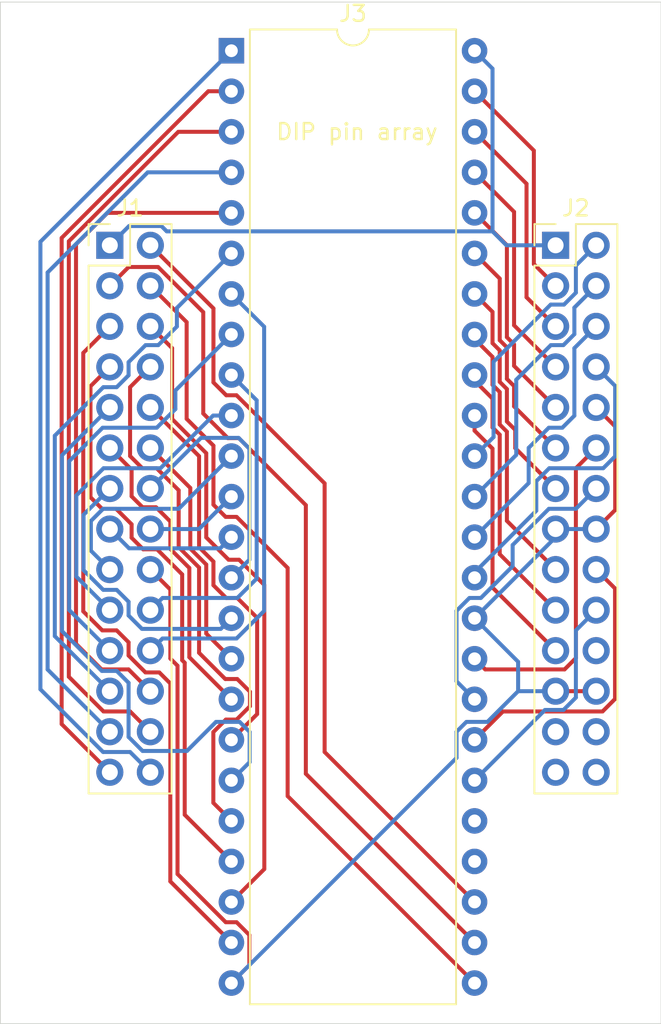
<source format=kicad_pcb>
(kicad_pcb (version 20221018) (generator pcbnew)
  (layers (0 "F.Cu" signal) (31 "B.Cu" signal) (34 "B.Paste" user) (35 "F.Paste" user) (36 "B.SilkS" user "B.Silkscreen") (37 "F.SilkS" user "F.Silkscreen") (38 "B.Mask" user) (39 "F.Mask" user) (44 "Edge.Cuts" user))
  (net 0 "")
  (net 1 "Vcc")
  (net 2 "D15")
  (net 3 "D14")
  (net 4 "D13")
  (net 5 "D12")
  (net 6 "D11")
  (net 7 "D10")
  (net 8 "D9")
  (net 9 "D8")
  (net 10 "D7")
  (net 11 "D6")
  (net 12 "D5")
  (net 13 "D4")
  (net 14 "D3")
  (net 15 "D2")
  (net 16 "D1")
  (net 17 "D0")
  (net 18 "GND")
  (net 19 "A9")
  (net 20 "A8")
  (net 21 "A7")
  (net 22 "A6")
  (net 23 "A5")
  (net 24 "A4")
  (net 25 "A3")
  (net 26 "A2")
  (net 27 "A1")
  (net 28 "A0")
  (net 29 "Net-(J2-Pad28)")
  (net 30 "Net-(J2-Pad27)")
  (net 31 "Net-(J2-Pad26)")
  (net 32 "Net-(J2-Pad25)")
  (net 33 "Net-(J2-Pad22)")
  (net 34 "~{WR}")
  (net 35 "~{RD}")
  (net 36 "~{CS}")
  (net 37 "~{INT}")
  (net 38 "~{RESET}")
  (net 39 "BRDY0")
  (net 40 "BRDY1")
  (net 41 "BRDY2")
  (net 42 "BRDY3")
  (net 43 "~{ACTLED}")
  (net 44 "~{SPDLED}")
  (net 45 "~{FDXLED}")
  (net 46 "~{COLLED}")
  (net 47 "~{RXLED}")
  (net 48 "~{TXLED}")
  (net 49 "~{LINKLED}")
  (net 50 "BIT16EN")
  (net 51 "Net-(J3-Pad28)")
  (net 52 "Net-(J3-Pad29)")
  (footprint "Housings_DIP:DIP-48_W15.24mm" (layer "F.Cu") (at 116.078 53.848)
    (fp_text reference "J3" (at 7.62 -2.33) (layer "F.SilkS"))
    (fp_text value "DIP pin array" (at 7.874 5.08) (layer "F.SilkS"))
    (fp_line (start 1.16 -1.33) (end 1.16 59.75) (stroke (width 0.12)) (layer "F.SilkS"))
    (fp_line (start 1.16 59.75) (end 14.08 59.75) (stroke (width 0.12)) (layer "F.SilkS"))
    (fp_line (start 6.62 -1.33) (end 1.16 -1.33) (stroke (width 0.12)) (layer "F.SilkS"))
    (fp_line (start 14.08 -1.33) (end 8.62 -1.33) (stroke (width 0.12)) (layer "F.SilkS"))
    (fp_line (start 14.08 59.75) (end 14.08 -1.33) (stroke (width 0.12)) (layer "F.SilkS"))
    (fp_arc (start 8.62 -1.33) (mid 7.62 -0.33) (end 6.62 -1.33) (stroke (width 0.12)) (layer "F.SilkS"))
    (pad "1" thru_hole rect (at 0 0) (size 1.6 1.6) (drill 0.8) (layers "*.Cu" "*.Mask") (net 28 "A0"))
    (pad "2" thru_hole oval (at 0 2.54) (size 1.6 1.6) (drill 0.8) (layers "*.Cu" "*.Mask") (net 27 "A1"))
    (pad "3" thru_hole oval (at 0 5.08) (size 1.6 1.6) (drill 0.8) (layers "*.Cu" "*.Mask") (net 26 "A2"))
    (pad "4" thru_hole oval (at 0 7.62) (size 1.6 1.6) (drill 0.8) (layers "*.Cu" "*.Mask") (net 25 "A3"))
    (pad "5" thru_hole oval (at 0 10.16) (size 1.6 1.6) (drill 0.8) (layers "*.Cu" "*.Mask") (net 24 "A4"))
    (pad "6" thru_hole oval (at 0 12.7) (size 1.6 1.6) (drill 0.8) (layers "*.Cu" "*.Mask") (net 23 "A5"))
    (pad "7" thru_hole oval (at 0 15.24) (size 1.6 1.6) (drill 0.8) (layers "*.Cu" "*.Mask") (net 22 "A6"))
    (pad "8" thru_hole oval (at 0 17.78) (size 1.6 1.6) (drill 0.8) (layers "*.Cu" "*.Mask") (net 21 "A7"))
    (pad "9" thru_hole oval (at 0 20.32) (size 1.6 1.6) (drill 0.8) (layers "*.Cu" "*.Mask") (net 20 "A8"))
    (pad "10" thru_hole oval (at 0 22.86) (size 1.6 1.6) (drill 0.8) (layers "*.Cu" "*.Mask") (net 19 "A9"))
    (pad "11" thru_hole oval (at 0 25.4) (size 1.6 1.6) (drill 0.8) (layers "*.Cu" "*.Mask") (net 17 "D0"))
    (pad "12" thru_hole oval (at 0 27.94) (size 1.6 1.6) (drill 0.8) (layers "*.Cu" "*.Mask") (net 16 "D1"))
    (pad "13" thru_hole oval (at 0 30.48) (size 1.6 1.6) (drill 0.8) (layers "*.Cu" "*.Mask") (net 15 "D2"))
    (pad "14" thru_hole oval (at 0 33.02) (size 1.6 1.6) (drill 0.8) (layers "*.Cu" "*.Mask") (net 14 "D3"))
    (pad "15" thru_hole oval (at 0 35.56) (size 1.6 1.6) (drill 0.8) (layers "*.Cu" "*.Mask") (net 13 "D4"))
    (pad "16" thru_hole oval (at 0 38.1) (size 1.6 1.6) (drill 0.8) (layers "*.Cu" "*.Mask") (net 12 "D5"))
    (pad "17" thru_hole oval (at 0 40.64) (size 1.6 1.6) (drill 0.8) (layers "*.Cu" "*.Mask") (net 11 "D6"))
    (pad "18" thru_hole oval (at 0 43.18) (size 1.6 1.6) (drill 0.8) (layers "*.Cu" "*.Mask") (net 10 "D7"))
    (pad "19" thru_hole oval (at 0 45.72) (size 1.6 1.6) (drill 0.8) (layers "*.Cu" "*.Mask") (net 9 "D8"))
    (pad "20" thru_hole oval (at 0 48.26) (size 1.6 1.6) (drill 0.8) (layers "*.Cu" "*.Mask") (net 8 "D9"))
    (pad "21" thru_hole oval (at 0 50.8) (size 1.6 1.6) (drill 0.8) (layers "*.Cu" "*.Mask") (net 7 "D10"))
    (pad "22" thru_hole oval (at 0 53.34) (size 1.6 1.6) (drill 0.8) (layers "*.Cu" "*.Mask") (net 6 "D11"))
    (pad "23" thru_hole oval (at 0 55.88) (size 1.6 1.6) (drill 0.8) (layers "*.Cu" "*.Mask") (net 5 "D12"))
    (pad "24" thru_hole oval (at 0 58.42) (size 1.6 1.6) (drill 0.8) (layers "*.Cu" "*.Mask") (net 18 "GND"))
    (pad "25" thru_hole oval (at 15.24 58.42) (size 1.6 1.6) (drill 0.8) (layers "*.Cu" "*.Mask") (net 4 "D13"))
    (pad "26" thru_hole oval (at 15.24 55.88) (size 1.6 1.6) (drill 0.8) (layers "*.Cu" "*.Mask") (net 3 "D14"))
    (pad "27" thru_hole oval (at 15.24 53.34) (size 1.6 1.6) (drill 0.8) (layers "*.Cu" "*.Mask") (net 2 "D15"))
    (pad "28" thru_hole oval (at 15.24 50.8) (size 1.6 1.6) (drill 0.8) (layers "*.Cu" "*.Mask") (net 51 "Net-(J3-Pad28)"))
    (pad "29" thru_hole oval (at 15.24 48.26) (size 1.6 1.6) (drill 0.8) (layers "*.Cu" "*.Mask") (net 52 "Net-(J3-Pad29)"))
    (pad "30" thru_hole oval (at 15.24 45.72) (size 1.6 1.6) (drill 0.8) (layers "*.Cu" "*.Mask") (net 35 "~{RD}"))
    (pad "31" thru_hole oval (at 15.24 43.18) (size 1.6 1.6) (drill 0.8) (layers "*.Cu" "*.Mask") (net 37 "~{INT}"))
    (pad "32" thru_hole oval (at 15.24 40.64) (size 1.6 1.6) (drill 0.8) (layers "*.Cu" "*.Mask") (net 39 "BRDY0"))
    (pad "33" thru_hole oval (at 15.24 38.1) (size 1.6 1.6) (drill 0.8) (layers "*.Cu" "*.Mask") (net 41 "BRDY2"))
    (pad "34" thru_hole oval (at 15.24 35.56) (size 1.6 1.6) (drill 0.8) (layers "*.Cu" "*.Mask") (net 18 "GND"))
    (pad "35" thru_hole oval (at 15.24 33.02) (size 1.6 1.6) (drill 0.8) (layers "*.Cu" "*.Mask") (net 44 "~{SPDLED}"))
    (pad "36" thru_hole oval (at 15.24 30.48) (size 1.6 1.6) (drill 0.8) (layers "*.Cu" "*.Mask") (net 46 "~{COLLED}"))
    (pad "37" thru_hole oval (at 15.24 27.94) (size 1.6 1.6) (drill 0.8) (layers "*.Cu" "*.Mask") (net 48 "~{TXLED}"))
    (pad "38" thru_hole oval (at 15.24 25.4) (size 1.6 1.6) (drill 0.8) (layers "*.Cu" "*.Mask") (net 50 "BIT16EN"))
    (pad "39" thru_hole oval (at 15.24 22.86) (size 1.6 1.6) (drill 0.8) (layers "*.Cu" "*.Mask") (net 34 "~{WR}"))
    (pad "40" thru_hole oval (at 15.24 20.32) (size 1.6 1.6) (drill 0.8) (layers "*.Cu" "*.Mask") (net 36 "~{CS}"))
    (pad "41" thru_hole oval (at 15.24 17.78) (size 1.6 1.6) (drill 0.8) (layers "*.Cu" "*.Mask") (net 38 "~{RESET}"))
    (pad "42" thru_hole oval (at 15.24 15.24) (size 1.6 1.6) (drill 0.8) (layers "*.Cu" "*.Mask") (net 40 "BRDY1"))
    (pad "43" thru_hole oval (at 15.24 12.7) (size 1.6 1.6) (drill 0.8) (layers "*.Cu" "*.Mask") (net 42 "BRDY3"))
    (pad "44" thru_hole oval (at 15.24 10.16) (size 1.6 1.6) (drill 0.8) (layers "*.Cu" "*.Mask") (net 43 "~{ACTLED}"))
    (pad "45" thru_hole oval (at 15.24 7.62) (size 1.6 1.6) (drill 0.8) (layers "*.Cu" "*.Mask") (net 45 "~{FDXLED}"))
    (pad "46" thru_hole oval (at 15.24 5.08) (size 1.6 1.6) (drill 0.8) (layers "*.Cu" "*.Mask") (net 47 "~{RXLED}"))
    (pad "47" thru_hole oval (at 15.24 2.54) (size 1.6 1.6) (drill 0.8) (layers "*.Cu" "*.Mask") (net 49 "~{LINKLED}"))
    (pad "48" thru_hole oval (at 15.24 0) (size 1.6 1.6) (drill 0.8) (layers "*.Cu" "*.Mask") (net 1 "Vcc"))
  )
  (footprint "Pin_Headers:PinHeader_2x14_P2.54mm_Vertical" (layer "F.Cu") (at 108.458 66.04)
    (fp_text reference "J1" (at 1.27 -2.33) (layer "F.SilkS"))
    (fp_text value "Conn_02x14_Odd_Even" hide)
    (fp_line (start -1.33 -1.33) (end 0 -1.33) (stroke (width 0.12)) (layer "F.SilkS"))
    (fp_line (start -1.33 0) (end -1.33 -1.33) (stroke (width 0.12)) (layer "F.SilkS"))
    (fp_line (start -1.33 1.27) (end -1.33 34.35) (stroke (width 0.12)) (layer "F.SilkS"))
    (fp_line (start -1.33 1.27) (end 1.27 1.27) (stroke (width 0.12)) (layer "F.SilkS"))
    (fp_line (start -1.33 34.35) (end 3.87 34.35) (stroke (width 0.12)) (layer "F.SilkS"))
    (fp_line (start 1.27 -1.33) (end 3.87 -1.33) (stroke (width 0.12)) (layer "F.SilkS"))
    (fp_line (start 1.27 1.27) (end 1.27 -1.33) (stroke (width 0.12)) (layer "F.SilkS"))
    (fp_line (start 3.87 -1.33) (end 3.87 34.35) (stroke (width 0.12)) (layer "F.SilkS"))
    (pad "1" thru_hole rect (at 0 0) (size 1.7 1.7) (drill 1) (layers "*.Cu" "*.Mask") (net 1 "Vcc"))
    (pad "2" thru_hole oval (at 2.54 0) (size 1.7 1.7) (drill 1) (layers "*.Cu" "*.Mask") (net 2 "D15"))
    (pad "3" thru_hole oval (at 0 2.54) (size 1.7 1.7) (drill 1) (layers "*.Cu" "*.Mask") (net 3 "D14"))
    (pad "4" thru_hole oval (at 2.54 2.54) (size 1.7 1.7) (drill 1) (layers "*.Cu" "*.Mask") (net 4 "D13"))
    (pad "5" thru_hole oval (at 0 5.08) (size 1.7 1.7) (drill 1) (layers "*.Cu" "*.Mask") (net 5 "D12"))
    (pad "6" thru_hole oval (at 2.54 5.08) (size 1.7 1.7) (drill 1) (layers "*.Cu" "*.Mask") (net 6 "D11"))
    (pad "7" thru_hole oval (at 0 7.62) (size 1.7 1.7) (drill 1) (layers "*.Cu" "*.Mask") (net 7 "D10"))
    (pad "8" thru_hole oval (at 2.54 7.62) (size 1.7 1.7) (drill 1) (layers "*.Cu" "*.Mask") (net 8 "D9"))
    (pad "9" thru_hole oval (at 0 10.16) (size 1.7 1.7) (drill 1) (layers "*.Cu" "*.Mask") (net 9 "D8"))
    (pad "10" thru_hole oval (at 2.54 10.16) (size 1.7 1.7) (drill 1) (layers "*.Cu" "*.Mask") (net 10 "D7"))
    (pad "11" thru_hole oval (at 0 12.7) (size 1.7 1.7) (drill 1) (layers "*.Cu" "*.Mask") (net 11 "D6"))
    (pad "12" thru_hole oval (at 2.54 12.7) (size 1.7 1.7) (drill 1) (layers "*.Cu" "*.Mask") (net 12 "D5"))
    (pad "13" thru_hole oval (at 0 15.24) (size 1.7 1.7) (drill 1) (layers "*.Cu" "*.Mask") (net 13 "D4"))
    (pad "14" thru_hole oval (at 2.54 15.24) (size 1.7 1.7) (drill 1) (layers "*.Cu" "*.Mask") (net 14 "D3"))
    (pad "15" thru_hole oval (at 0 17.78) (size 1.7 1.7) (drill 1) (layers "*.Cu" "*.Mask") (net 15 "D2"))
    (pad "16" thru_hole oval (at 2.54 17.78) (size 1.7 1.7) (drill 1) (layers "*.Cu" "*.Mask") (net 16 "D1"))
    (pad "17" thru_hole oval (at 0 20.32) (size 1.7 1.7) (drill 1) (layers "*.Cu" "*.Mask") (net 17 "D0"))
    (pad "18" thru_hole oval (at 2.54 20.32) (size 1.7 1.7) (drill 1) (layers "*.Cu" "*.Mask") (net 18 "GND"))
    (pad "19" thru_hole oval (at 0 22.86) (size 1.7 1.7) (drill 1) (layers "*.Cu" "*.Mask") (net 19 "A9"))
    (pad "20" thru_hole oval (at 2.54 22.86) (size 1.7 1.7) (drill 1) (layers "*.Cu" "*.Mask") (net 20 "A8"))
    (pad "21" thru_hole oval (at 0 25.4) (size 1.7 1.7) (drill 1) (layers "*.Cu" "*.Mask") (net 21 "A7"))
    (pad "22" thru_hole oval (at 2.54 25.4) (size 1.7 1.7) (drill 1) (layers "*.Cu" "*.Mask") (net 22 "A6"))
    (pad "23" thru_hole oval (at 0 27.94) (size 1.7 1.7) (drill 1) (layers "*.Cu" "*.Mask") (net 23 "A5"))
    (pad "24" thru_hole oval (at 2.54 27.94) (size 1.7 1.7) (drill 1) (layers "*.Cu" "*.Mask") (net 24 "A4"))
    (pad "25" thru_hole oval (at 0 30.48) (size 1.7 1.7) (drill 1) (layers "*.Cu" "*.Mask") (net 25 "A3"))
    (pad "26" thru_hole oval (at 2.54 30.48) (size 1.7 1.7) (drill 1) (layers "*.Cu" "*.Mask") (net 26 "A2"))
    (pad "27" thru_hole oval (at 0 33.02) (size 1.7 1.7) (drill 1) (layers "*.Cu" "*.Mask") (net 27 "A1"))
    (pad "28" thru_hole oval (at 2.54 33.02) (size 1.7 1.7) (drill 1) (layers "*.Cu" "*.Mask") (net 28 "A0"))
  )
  (footprint "Pin_Headers:PinHeader_2x14_P2.54mm_Vertical" (layer "F.Cu") (at 136.398 66.04)
    (fp_text reference "J2" (at 1.27 -2.33) (layer "F.SilkS"))
    (fp_text value "Conn_02x14_Odd_Even" hide)
    (fp_line (start -1.33 -1.33) (end 0 -1.33) (stroke (width 0.12)) (layer "F.SilkS"))
    (fp_line (start -1.33 0) (end -1.33 -1.33) (stroke (width 0.12)) (layer "F.SilkS"))
    (fp_line (start -1.33 1.27) (end -1.33 34.35) (stroke (width 0.12)) (layer "F.SilkS"))
    (fp_line (start -1.33 1.27) (end 1.27 1.27) (stroke (width 0.12)) (layer "F.SilkS"))
    (fp_line (start -1.33 34.35) (end 3.87 34.35) (stroke (width 0.12)) (layer "F.SilkS"))
    (fp_line (start 1.27 -1.33) (end 3.87 -1.33) (stroke (width 0.12)) (layer "F.SilkS"))
    (fp_line (start 1.27 1.27) (end 1.27 -1.33) (stroke (width 0.12)) (layer "F.SilkS"))
    (fp_line (start 3.87 -1.33) (end 3.87 34.35) (stroke (width 0.12)) (layer "F.SilkS"))
    (pad "1" thru_hole rect (at 0 0) (size 1.7 1.7) (drill 1) (layers "*.Cu" "*.Mask") (net 1 "Vcc"))
    (pad "2" thru_hole oval (at 2.54 0) (size 1.7 1.7) (drill 1) (layers "*.Cu" "*.Mask") (net 50 "BIT16EN"))
    (pad "3" thru_hole oval (at 0 2.54) (size 1.7 1.7) (drill 1) (layers "*.Cu" "*.Mask") (net 49 "~{LINKLED}"))
    (pad "4" thru_hole oval (at 2.54 2.54) (size 1.7 1.7) (drill 1) (layers "*.Cu" "*.Mask") (net 48 "~{TXLED}"))
    (pad "5" thru_hole oval (at 0 5.08) (size 1.7 1.7) (drill 1) (layers "*.Cu" "*.Mask") (net 47 "~{RXLED}"))
    (pad "6" thru_hole oval (at 2.54 5.08) (size 1.7 1.7) (drill 1) (layers "*.Cu" "*.Mask") (net 46 "~{COLLED}"))
    (pad "7" thru_hole oval (at 0 7.62) (size 1.7 1.7) (drill 1) (layers "*.Cu" "*.Mask") (net 45 "~{FDXLED}"))
    (pad "8" thru_hole oval (at 2.54 7.62) (size 1.7 1.7) (drill 1) (layers "*.Cu" "*.Mask") (net 44 "~{SPDLED}"))
    (pad "9" thru_hole oval (at 0 10.16) (size 1.7 1.7) (drill 1) (layers "*.Cu" "*.Mask") (net 43 "~{ACTLED}"))
    (pad "10" thru_hole oval (at 2.54 10.16) (size 1.7 1.7) (drill 1) (layers "*.Cu" "*.Mask") (net 18 "GND"))
    (pad "11" thru_hole oval (at 0 12.7) (size 1.7 1.7) (drill 1) (layers "*.Cu" "*.Mask") (net 42 "BRDY3"))
    (pad "12" thru_hole oval (at 2.54 12.7) (size 1.7 1.7) (drill 1) (layers "*.Cu" "*.Mask") (net 41 "BRDY2"))
    (pad "13" thru_hole oval (at 0 15.24) (size 1.7 1.7) (drill 1) (layers "*.Cu" "*.Mask") (net 40 "BRDY1"))
    (pad "14" thru_hole oval (at 2.54 15.24) (size 1.7 1.7) (drill 1) (layers "*.Cu" "*.Mask") (net 39 "BRDY0"))
    (pad "15" thru_hole oval (at 0 17.78) (size 1.7 1.7) (drill 1) (layers "*.Cu" "*.Mask") (net 18 "GND"))
    (pad "16" thru_hole oval (at 2.54 17.78) (size 1.7 1.7) (drill 1) (layers "*.Cu" "*.Mask") (net 18 "GND"))
    (pad "17" thru_hole oval (at 0 20.32) (size 1.7 1.7) (drill 1) (layers "*.Cu" "*.Mask") (net 38 "~{RESET}"))
    (pad "18" thru_hole oval (at 2.54 20.32) (size 1.7 1.7) (drill 1) (layers "*.Cu" "*.Mask") (net 37 "~{INT}"))
    (pad "19" thru_hole oval (at 0 22.86) (size 1.7 1.7) (drill 1) (layers "*.Cu" "*.Mask") (net 36 "~{CS}"))
    (pad "20" thru_hole oval (at 2.54 22.86) (size 1.7 1.7) (drill 1) (layers "*.Cu" "*.Mask") (net 35 "~{RD}"))
    (pad "21" thru_hole oval (at 0 25.4) (size 1.7 1.7) (drill 1) (layers "*.Cu" "*.Mask") (net 34 "~{WR}"))
    (pad "22" thru_hole oval (at 2.54 25.4) (size 1.7 1.7) (drill 1) (layers "*.Cu" "*.Mask") (net 33 "Net-(J2-Pad22)"))
    (pad "23" thru_hole oval (at 0 27.94) (size 1.7 1.7) (drill 1) (layers "*.Cu" "*.Mask") (net 18 "GND"))
    (pad "24" thru_hole oval (at 2.54 27.94) (size 1.7 1.7) (drill 1) (layers "*.Cu" "*.Mask") (net 18 "GND"))
    (pad "25" thru_hole oval (at 0 30.48) (size 1.7 1.7) (drill 1) (layers "*.Cu" "*.Mask") (net 32 "Net-(J2-Pad25)"))
    (pad "26" thru_hole oval (at 2.54 30.48) (size 1.7 1.7) (drill 1) (layers "*.Cu" "*.Mask") (net 31 "Net-(J2-Pad26)"))
    (pad "27" thru_hole oval (at 0 33.02) (size 1.7 1.7) (drill 1) (layers "*.Cu" "*.Mask") (net 30 "Net-(J2-Pad27)"))
    (pad "28" thru_hole oval (at 2.54 33.02) (size 1.7 1.7) (drill 1) (layers "*.Cu" "*.Mask") (net 29 "Net-(J2-Pad28)"))
  )
  (gr_line (start 101.6 50.8) (end 143.002 50.8) (stroke (width 0.05)) (layer "Edge.Cuts"))
  (gr_line (start 143.002 50.8) (end 143.002 114.808) (stroke (width 0.05)) (layer "Edge.Cuts"))
  (gr_line (start 143.002 114.808) (end 101.6 114.808) (stroke (width 0.05)) (layer "Edge.Cuts"))
  (gr_line (start 101.6 114.808) (end 101.6 50.8) (stroke (width 0.05)) (layer "Edge.Cuts"))
  (segment (start 132.4434 54.9734) (end 132.4434 65.1665) (width 0.25) (layer "B.Cu") (net 1))
  (segment (start 109.6659 64.8321) (end 108.458 66.04) (width 0.25) (layer "B.Cu") (net 1))
  (segment (start 112.0248 65.1665) (end 111.6904 64.8321) (width 0.25) (layer "B.Cu") (net 1))
  (segment (start 131.318 53.848) (end 132.4434 54.9734) (width 0.25) (layer "B.Cu") (net 1))
  (segment (start 132.4434 65.1665) (end 112.0248 65.1665) (width 0.25) (layer "B.Cu") (net 1))
  (segment (start 132.4434 65.1665) (end 133.3169 66.04) (width 0.25) (layer "B.Cu") (net 1))
  (segment (start 111.6904 64.8321) (end 109.6659 64.8321) (width 0.25) (layer "B.Cu") (net 1))
  (segment (start 133.3169 66.04) (end 136.398 66.04) (width 0.25) (layer "B.Cu") (net 1))
  (segment (start 115.7565 75.438) (end 114.9527 74.6342) (width 0.25) (layer "F.Cu") (net 2))
  (segment (start 121.9197 97.7897) (end 121.9197 80.9566) (width 0.25) (layer "F.Cu") (net 2))
  (segment (start 114.9527 74.6342) (end 114.9527 69.9947) (width 0.25) (layer "F.Cu") (net 2))
  (segment (start 121.9197 80.9566) (end 116.4011 75.438) (width 0.25) (layer "F.Cu") (net 2))
  (segment (start 131.318 107.188) (end 121.9197 97.7897) (width 0.25) (layer "F.Cu") (net 2))
  (segment (start 114.9527 69.9947) (end 110.998 66.04) (width 0.25) (layer "F.Cu") (net 2))
  (segment (start 116.4011 75.438) (end 115.7565 75.438) (width 0.25) (layer "F.Cu") (net 2))
  (segment (start 114.3158 70.2314) (end 114.3158 76.5835) (width 0.25) (layer "F.Cu") (net 3))
  (segment (start 120.743 82.3215) (end 120.743 99.153) (width 0.25) (layer "F.Cu") (net 3))
  (segment (start 111.4841 67.3997) (end 114.3158 70.2314) (width 0.25) (layer "F.Cu") (net 3))
  (segment (start 109.6383 67.3997) (end 111.4841 67.3997) (width 0.25) (layer "F.Cu") (net 3))
  (segment (start 120.743 99.153) (end 131.318 109.728) (width 0.25) (layer "F.Cu") (net 3))
  (segment (start 108.458 68.58) (end 109.6383 67.3997) (width 0.25) (layer "F.Cu") (net 3))
  (segment (start 116.5442 78.1227) (end 120.743 82.3215) (width 0.25) (layer "F.Cu") (net 3))
  (segment (start 115.855 78.1227) (end 116.5442 78.1227) (width 0.25) (layer "F.Cu") (net 3))
  (segment (start 114.3158 76.5835) (end 115.855 78.1227) (width 0.25) (layer "F.Cu") (net 3))
  (segment (start 119.6017 86.2551) (end 116.4046 83.058) (width 0.25) (layer "F.Cu") (net 4))
  (segment (start 114.9527 78.5943) (end 113.272 76.9136) (width 0.25) (layer "F.Cu") (net 4))
  (segment (start 116.4046 83.058) (end 115.7146 83.058) (width 0.25) (layer "F.Cu") (net 4))
  (segment (start 119.6017 100.5517) (end 119.6017 86.2551) (width 0.25) (layer "F.Cu") (net 4))
  (segment (start 113.272 76.9136) (end 113.272 70.854) (width 0.25) (layer "F.Cu") (net 4))
  (segment (start 131.318 112.268) (end 119.6017 100.5517) (width 0.25) (layer "F.Cu") (net 4))
  (segment (start 114.9527 82.2961) (end 114.9527 78.5943) (width 0.25) (layer "F.Cu") (net 4))
  (segment (start 115.7146 83.058) (end 114.9527 82.2961) (width 0.25) (layer "F.Cu") (net 4))
  (segment (start 113.272 70.854) (end 110.998 68.58) (width 0.25) (layer "F.Cu") (net 4))
  (segment (start 107.9853 90.17) (end 106.7945 88.9792) (width 0.25) (layer "F.Cu") (net 5))
  (segment (start 106.7945 72.7835) (end 108.458 71.12) (width 0.25) (layer "F.Cu") (net 5))
  (segment (start 109.6334 91.7448) (end 109.6334 90.9144) (width 0.25) (layer "F.Cu") (net 5))
  (segment (start 109.6334 90.9144) (end 108.889 90.17) (width 0.25) (layer "F.Cu") (net 5))
  (segment (start 111.5576 92.8046) (end 110.6932 92.8046) (width 0.25) (layer "F.Cu") (net 5))
  (segment (start 116.078 109.728) (end 112.2503 105.9003) (width 0.25) (layer "F.Cu") (net 5))
  (segment (start 112.2503 105.9003) (end 112.2503 93.4973) (width 0.25) (layer "F.Cu") (net 5))
  (segment (start 108.889 90.17) (end 107.9853 90.17) (width 0.25) (layer "F.Cu") (net 5))
  (segment (start 106.7945 88.9792) (end 106.7945 72.7835) (width 0.25) (layer "F.Cu") (net 5))
  (segment (start 112.2503 93.4973) (end 111.5576 92.8046) (width 0.25) (layer "F.Cu") (net 5))
  (segment (start 110.6932 92.8046) (end 109.6334 91.7448) (width 0.25) (layer "F.Cu") (net 5))
  (segment (start 112.3626 76.9277) (end 114.5023 79.0674) (width 0.25) (layer "F.Cu") (net 6))
  (segment (start 118.1417 105.1243) (end 116.078 107.188) (width 0.25) (layer "F.Cu") (net 6))
  (segment (start 114.5023 84.3443) (end 115.9006 85.7426) (width 0.25) (layer "F.Cu") (net 6))
  (segment (start 114.5023 79.0674) (end 114.5023 84.3443) (width 0.25) (layer "F.Cu") (net 6))
  (segment (start 112.3626 72.4846) (end 112.3626 76.9277) (width 0.25) (layer "F.Cu") (net 6))
  (segment (start 118.1417 87.3232) (end 118.1417 105.1243) (width 0.25) (layer "F.Cu") (net 6))
  (segment (start 110.998 71.12) (end 112.3626 72.4846) (width 0.25) (layer "F.Cu") (net 6))
  (segment (start 115.9006 85.7426) (end 116.5611 85.7426) (width 0.25) (layer "F.Cu") (net 6))
  (segment (start 116.5611 85.7426) (end 118.1417 87.3232) (width 0.25) (layer "F.Cu") (net 6))
  (segment (start 113.1511 92.198) (end 113.1511 101.7211) (width 0.25) (layer "F.Cu") (net 7))
  (segment (start 109.8226 83.5204) (end 109.8226 84.365) (width 0.25) (layer "F.Cu") (net 7))
  (segment (start 108.458 73.66) (end 107.2458 74.8722) (width 0.25) (layer "F.Cu") (net 7))
  (segment (start 109.8226 84.365) (end 110.5476 85.09) (width 0.25) (layer "F.Cu") (net 7))
  (segment (start 113.1511 101.7211) (end 116.078 104.648) (width 0.25) (layer "F.Cu") (net 7))
  (segment (start 112.992 92.0389) (end 113.1511 92.198) (width 0.25) (layer "F.Cu") (net 7))
  (segment (start 112.992 86.6618) (end 112.992 92.0389) (width 0.25) (layer "F.Cu") (net 7))
  (segment (start 107.2458 74.8722) (end 107.2458 81.8266) (width 0.25) (layer "F.Cu") (net 7))
  (segment (start 108.8522 82.55) (end 109.8226 83.5204) (width 0.25) (layer "F.Cu") (net 7))
  (segment (start 111.4202 85.09) (end 112.992 86.6618) (width 0.25) (layer "F.Cu") (net 7))
  (segment (start 107.2458 81.8266) (end 107.9692 82.55) (width 0.25) (layer "F.Cu") (net 7))
  (segment (start 110.5476 85.09) (end 111.4202 85.09) (width 0.25) (layer "F.Cu") (net 7))
  (segment (start 107.9692 82.55) (end 108.8522 82.55) (width 0.25) (layer "F.Cu") (net 7))
  (segment (start 111.3944 80.01) (end 110.4936 80.01) (width 0.25) (layer "F.Cu") (net 8))
  (segment (start 112.7722 81.3878) (end 111.3944 80.01) (width 0.25) (layer "F.Cu") (net 8))
  (segment (start 114.9467 96.5422) (end 115.7309 95.758) (width 0.25) (layer "F.Cu") (net 8))
  (segment (start 117.241 94.012) (end 116.447 93.218) (width 0.25) (layer "F.Cu") (net 8))
  (segment (start 109.728 74.93) (end 110.998 73.66) (width 0.25) (layer "F.Cu") (net 8))
  (segment (start 112.7722 84.9521) (end 112.7722 81.3878) (width 0.25) (layer "F.Cu") (net 8))
  (segment (start 114.9467 100.9767) (end 114.9467 96.5422) (width 0.25) (layer "F.Cu") (net 8))
  (segment (start 115.7309 95.758) (end 116.406 95.758) (width 0.25) (layer "F.Cu") (net 8))
  (segment (start 110.4936 80.01) (end 109.728 79.2444) (width 0.25) (layer "F.Cu") (net 8))
  (segment (start 114.0516 91.5742) (end 114.0516 86.2315) (width 0.25) (layer "F.Cu") (net 8))
  (segment (start 115.6954 93.218) (end 114.0516 91.5742) (width 0.25) (layer "F.Cu") (net 8))
  (segment (start 116.406 95.758) (end 117.241 94.923) (width 0.25) (layer "F.Cu") (net 8))
  (segment (start 109.728 79.2444) (end 109.728 74.93) (width 0.25) (layer "F.Cu") (net 8))
  (segment (start 116.078 102.108) (end 114.9467 100.9767) (width 0.25) (layer "F.Cu") (net 8))
  (segment (start 114.0516 86.2315) (end 112.7722 84.9521) (width 0.25) (layer "F.Cu") (net 8))
  (segment (start 116.447 93.218) (end 115.6954 93.218) (width 0.25) (layer "F.Cu") (net 8))
  (segment (start 117.241 94.923) (end 117.241 94.012) (width 0.25) (layer "F.Cu") (net 8))
  (segment (start 113.2901 97.7247) (end 110.5097 97.7247) (width 0.25) (layer "B.Cu") (net 9))
  (segment (start 108.889 92.71) (end 107.9579 92.71) (width 0.25) (layer "B.Cu") (net 9))
  (segment (start 107.9579 92.71) (end 105.4594 90.2115) (width 0.25) (layer "B.Cu") (net 9))
  (segment (start 105.4594 79.1986) (end 108.458 76.2) (width 0.25) (layer "B.Cu") (net 9))
  (segment (start 116.5922 95.9026) (end 115.1122 95.9026) (width 0.25) (layer "B.Cu") (net 9))
  (segment (start 110.5097 97.7247) (end 109.6334 96.8484) (width 0.25) (layer "B.Cu") (net 9))
  (segment (start 115.1122 95.9026) (end 113.2901 97.7247) (width 0.25) (layer "B.Cu") (net 9))
  (segment (start 105.4594 90.2115) (end 105.4594 79.1986) (width 0.25) (layer "B.Cu") (net 9))
  (segment (start 117.22 98.426) (end 117.22 96.5304) (width 0.25) (layer "B.Cu") (net 9))
  (segment (start 117.22 96.5304) (end 116.5922 95.9026) (width 0.25) (layer "B.Cu") (net 9))
  (segment (start 109.6334 96.8484) (end 109.6334 93.4544) (width 0.25) (layer "B.Cu") (net 9))
  (segment (start 109.6334 93.4544) (end 108.889 92.71) (width 0.25) (layer "B.Cu") (net 9))
  (segment (start 116.078 99.568) (end 117.22 98.426) (width 0.25) (layer "B.Cu") (net 9))
  (segment (start 117.6914 89.3824) (end 117.6914 95.4146) (width 0.25) (layer "F.Cu") (net 10))
  (segment (start 116.447 88.138) (end 117.6914 89.3824) (width 0.25) (layer "F.Cu") (net 10))
  (segment (start 115.7498 88.138) (end 116.447 88.138) (width 0.25) (layer "F.Cu") (net 10))
  (segment (start 114.052 79.254) (end 114.052 84.958) (width 0.25) (layer "F.Cu") (net 10))
  (segment (start 117.6914 95.4146) (end 116.078 97.028) (width 0.25) (layer "F.Cu") (net 10))
  (segment (start 114.052 84.958) (end 114.9523 85.8583) (width 0.25) (layer "F.Cu") (net 10))
  (segment (start 114.9523 87.3405) (end 115.7498 88.138) (width 0.25) (layer "F.Cu") (net 10))
  (segment (start 110.998 76.2) (end 114.052 79.254) (width 0.25) (layer "F.Cu") (net 10))
  (segment (start 114.9523 85.8583) (end 114.9523 87.3405) (width 0.25) (layer "F.Cu") (net 10))
  (segment (start 109.8226 81.7694) (end 110.5086 82.4554) (width 0.25) (layer "F.Cu") (net 11))
  (segment (start 108.458 78.74) (end 109.8226 80.1046) (width 0.25) (layer "F.Cu") (net 11))
  (segment (start 113.4423 91.8523) (end 116.078 94.488) (width 0.25) (layer "F.Cu") (net 11))
  (segment (start 110.5086 82.4554) (end 111.3558 82.4554) (width 0.25) (layer "F.Cu") (net 11))
  (segment (start 112.2508 85.0676) (end 113.4423 86.2591) (width 0.25) (layer "F.Cu") (net 11))
  (segment (start 112.2508 83.3504) (end 112.2508 85.0676) (width 0.25) (layer "F.Cu") (net 11))
  (segment (start 109.8226 80.1046) (end 109.8226 81.7694) (width 0.25) (layer "F.Cu") (net 11))
  (segment (start 113.4423 86.2591) (end 113.4423 91.8523) (width 0.25) (layer "F.Cu") (net 11))
  (segment (start 111.3558 82.4554) (end 112.2508 83.3504) (width 0.25) (layer "F.Cu") (net 11))
  (segment (start 116.078 91.948) (end 114.502 90.372) (width 0.25) (layer "F.Cu") (net 12))
  (segment (start 114.502 86.045) (end 113.5027 85.0457) (width 0.25) (layer "F.Cu") (net 12))
  (segment (start 114.502 90.372) (end 114.502 86.045) (width 0.25) (layer "F.Cu") (net 12))
  (segment (start 113.5027 85.0457) (end 113.5027 81.2447) (width 0.25) (layer "F.Cu") (net 12))
  (segment (start 113.5027 81.2447) (end 110.998 78.74) (width 0.25) (layer "F.Cu") (net 12))
  (segment (start 116.078 89.408) (end 115.4106 90.0754) (width 0.25) (layer "B.Cu") (net 13))
  (segment (start 110.4724 90.0754) (end 109.6334 89.2364) (width 0.25) (layer "B.Cu") (net 13))
  (segment (start 106.8109 82.9271) (end 108.458 81.28) (width 0.25) (layer "B.Cu") (net 13))
  (segment (start 108.889 87.63) (end 108.0459 87.63) (width 0.25) (layer "B.Cu") (net 13))
  (segment (start 109.6334 88.3744) (end 108.889 87.63) (width 0.25) (layer "B.Cu") (net 13))
  (segment (start 109.6334 89.2364) (end 109.6334 88.3744) (width 0.25) (layer "B.Cu") (net 13))
  (segment (start 106.8109 86.395) (end 106.8109 82.9271) (width 0.25) (layer "B.Cu") (net 13))
  (segment (start 115.4106 90.0754) (end 110.4724 90.0754) (width 0.25) (layer "B.Cu") (net 13))
  (segment (start 108.0459 87.63) (end 106.8109 86.395) (width 0.25) (layer "B.Cu") (net 13))
  (segment (start 114.1712 78.1068) (end 110.998 81.28) (width 0.25) (layer "B.Cu") (net 14))
  (segment (start 116.5288 78.1068) (end 114.1712 78.1068) (width 0.25) (layer "B.Cu") (net 14))
  (segment (start 116.078 86.868) (end 117.2071 85.7389) (width 0.25) (layer "B.Cu") (net 14))
  (segment (start 117.2071 78.7851) (end 116.5288 78.1068) (width 0.25) (layer "B.Cu") (net 14))
  (segment (start 117.2071 85.7389) (end 117.2071 78.7851) (width 0.25) (layer "B.Cu") (net 14))
  (segment (start 109.6658 85.0278) (end 115.3782 85.0278) (width 0.25) (layer "B.Cu") (net 15))
  (segment (start 115.3782 85.0278) (end 116.078 84.328) (width 0.25) (layer "B.Cu") (net 15))
  (segment (start 108.458 83.82) (end 109.6658 85.0278) (width 0.25) (layer "B.Cu") (net 15))
  (segment (start 114.046 83.82) (end 110.998 83.82) (width 0.25) (layer "B.Cu") (net 16))
  (segment (start 116.078 81.788) (end 114.046 83.82) (width 0.25) (layer "B.Cu") (net 16))
  (segment (start 107.2704 83.3169) (end 108.0373 82.55) (width 0.25) (layer "B.Cu") (net 17))
  (segment (start 108.0373 82.55) (end 112.776 82.55) (width 0.25) (layer "B.Cu") (net 17))
  (segment (start 112.776 82.55) (end 116.078 79.248) (width 0.25) (layer "B.Cu") (net 17))
  (segment (start 108.458 86.36) (end 107.2704 85.1724) (width 0.25) (layer "B.Cu") (net 17))
  (segment (start 107.2704 85.1724) (end 107.2704 83.3169) (width 0.25) (layer "B.Cu") (net 17))
  (segment (start 112.7007 92.3845) (end 112.7007 105.4351) (width 0.25) (layer "F.Cu") (net 18))
  (segment (start 140.132 77.394) (end 140.132 82.626) (width 0.25) (layer "F.Cu") (net 18))
  (segment (start 115.7236 108.458) (end 116.4055 108.458) (width 0.25) (layer "F.Cu") (net 18))
  (segment (start 138.938 76.2) (end 140.132 77.394) (width 0.25) (layer "F.Cu") (net 18))
  (segment (start 112.2505 91.9343) (end 112.7007 92.3845) (width 0.25) (layer "F.Cu") (net 18))
  (segment (start 117.2034 111.1426) (end 116.078 112.268) (width 0.25) (layer "F.Cu") (net 18))
  (segment (start 117.2034 109.2559) (end 117.2034 111.1426) (width 0.25) (layer "F.Cu") (net 18))
  (segment (start 136.398 93.98) (end 138.938 93.98) (width 0.25) (layer "F.Cu") (net 18))
  (segment (start 112.7007 105.4351) (end 115.7236 108.458) (width 0.25) (layer "F.Cu") (net 18))
  (segment (start 116.4055 108.458) (end 117.2034 109.2559) (width 0.25) (layer "F.Cu") (net 18))
  (segment (start 112.2505 87.6125) (end 112.2505 91.9343) (width 0.25) (layer "F.Cu") (net 18))
  (segment (start 110.998 86.36) (end 112.2505 87.6125) (width 0.25) (layer "F.Cu") (net 18))
  (segment (start 140.132 82.626) (end 138.938 83.82) (width 0.25) (layer "F.Cu") (net 18))
  (segment (start 134.0477 92.1377) (end 131.318 89.408) (width 0.25) (layer "B.Cu") (net 18))
  (segment (start 134.0477 93.98) (end 136.398 93.98) (width 0.25) (layer "B.Cu") (net 18))
  (segment (start 132.125 95.9027) (end 134.0477 93.98) (width 0.25) (layer "B.Cu") (net 18))
  (segment (start 130.8061 95.9027) (end 132.125 95.9027) (width 0.25) (layer "B.Cu") (net 18))
  (segment (start 116.078 112.268) (end 130.1893 98.1567) (width 0.25) (layer "B.Cu") (net 18))
  (segment (start 131.318 89.408) (end 136.398 84.328) (width 0.25) (layer "B.Cu") (net 18))
  (segment (start 136.398 83.82) (end 138.938 83.82) (width 0.25) (layer "B.Cu") (net 18))
  (segment (start 134.0477 93.98) (end 134.0477 92.1377) (width 0.25) (layer "B.Cu") (net 18))
  (segment (start 136.398 84.328) (end 136.398 83.82) (width 0.25) (layer "B.Cu") (net 18))
  (segment (start 130.1893 96.5195) (end 130.8061 95.9027) (width 0.25) (layer "B.Cu") (net 18))
  (segment (start 130.1893 98.1567) (end 130.1893 96.5195) (width 0.25) (layer "B.Cu") (net 18))
  (segment (start 106.3602 86.8022) (end 108.458 88.9) (width 0.25) (layer "B.Cu") (net 19))
  (segment (start 108.0628 80.01) (end 106.3602 81.7126) (width 0.25) (layer "B.Cu") (net 19))
  (segment (start 106.3602 81.7126) (end 106.3602 86.8022) (width 0.25) (layer "B.Cu") (net 19))
  (segment (start 114.9331 76.708) (end 111.6311 80.01) (width 0.25) (layer "B.Cu") (net 19))
  (segment (start 116.078 76.708) (end 114.9331 76.708) (width 0.25) (layer "B.Cu") (net 19))
  (segment (start 111.6311 80.01) (end 108.0628 80.01) (width 0.25) (layer "B.Cu") (net 19))
  (segment (start 116.078 74.168) (end 117.6606 75.7506) (width 0.25) (layer "B.Cu") (net 20))
  (segment (start 117.6606 86.9287) (end 116.4513 88.138) (width 0.25) (layer "B.Cu") (net 20))
  (segment (start 117.6606 75.7506) (end 117.6606 86.9287) (width 0.25) (layer "B.Cu") (net 20))
  (segment (start 111.76 88.138) (end 110.998 88.9) (width 0.25) (layer "B.Cu") (net 20))
  (segment (start 116.4513 88.138) (end 111.76 88.138) (width 0.25) (layer "B.Cu") (net 20))
  (segment (start 105.9098 88.8918) (end 105.9098 79.5679) (width 0.25) (layer "B.Cu") (net 21))
  (segment (start 108.458 91.44) (end 105.9098 88.8918) (width 0.25) (layer "B.Cu") (net 21))
  (segment (start 112.567 75.139) (end 116.078 71.628) (width 0.25) (layer "B.Cu") (net 21))
  (segment (start 112.567 76.3046) (end 112.567 75.139) (width 0.25) (layer "B.Cu") (net 21))
  (segment (start 105.9098 79.5679) (end 108.0077 77.47) (width 0.25) (layer "B.Cu") (net 21))
  (segment (start 108.0077 77.47) (end 111.4016 77.47) (width 0.25) (layer "B.Cu") (net 21))
  (segment (start 111.4016 77.47) (end 112.567 76.3046) (width 0.25) (layer "B.Cu") (net 21))
  (segment (start 118.1297 88.9494) (end 116.4011 90.678) (width 0.25) (layer "B.Cu") (net 22))
  (segment (start 116.4011 90.678) (end 111.76 90.678) (width 0.25) (layer "B.Cu") (net 22))
  (segment (start 116.078 69.088) (end 118.1297 71.1397) (width 0.25) (layer "B.Cu") (net 22))
  (segment (start 118.1297 71.1397) (end 118.1297 88.9494) (width 0.25) (layer "B.Cu") (net 22))
  (segment (start 111.76 90.678) (end 110.998 91.44) (width 0.25) (layer "B.Cu") (net 22))
  (segment (start 105.0091 77.9716) (end 105.0091 90.5311) (width 0.25) (layer "B.Cu") (net 23))
  (segment (start 109.6334 74.1856) (end 108.889 74.93) (width 0.25) (layer "B.Cu") (net 23))
  (segment (start 108.0507 74.93) (end 105.0091 77.9716) (width 0.25) (layer "B.Cu") (net 23))
  (segment (start 111.4962 72.2954) (end 110.6984 72.2954) (width 0.25) (layer "B.Cu") (net 23))
  (segment (start 116.078 66.548) (end 112.6616 69.9644) (width 0.25) (layer "B.Cu") (net 23))
  (segment (start 112.6616 69.9644) (end 112.6616 71.13) (width 0.25) (layer "B.Cu") (net 23))
  (segment (start 108.889 74.93) (end 108.0507 74.93) (width 0.25) (layer "B.Cu") (net 23))
  (segment (start 109.6334 73.3604) (end 109.6334 74.1856) (width 0.25) (layer "B.Cu") (net 23))
  (segment (start 105.0091 90.5311) (end 108.458 93.98) (width 0.25) (layer "B.Cu") (net 23))
  (segment (start 110.6984 72.2954) (end 109.6334 73.3604) (width 0.25) (layer "B.Cu") (net 23))
  (segment (start 112.6616 71.13) (end 111.4962 72.2954) (width 0.25) (layer "B.Cu") (net 23))
  (segment (start 116.078 64.008) (end 108.3088 64.008) (width 0.25) (layer "F.Cu") (net 24))
  (segment (start 108.3088 64.008) (end 106.3387 65.9781) (width 0.25) (layer "F.Cu") (net 24))
  (segment (start 106.3387 65.9781) (end 106.3387 91.0126) (width 0.25) (layer "F.Cu") (net 24))
  (segment (start 107.9415 92.6154) (end 109.6334 92.6154) (width 0.25) (layer "F.Cu") (net 24))
  (segment (start 106.3387 91.0126) (end 107.9415 92.6154) (width 0.25) (layer "F.Cu") (net 24))
  (segment (start 109.6334 92.6154) (end 110.998 93.98) (width 0.25) (layer "F.Cu") (net 24))
  (segment (start 104.5588 67.7427) (end 104.5588 92.6208) (width 0.25) (layer "B.Cu") (net 25))
  (segment (start 104.5588 92.6208) (end 108.458 96.52) (width 0.25) (layer "B.Cu") (net 25))
  (segment (start 110.8335 61.468) (end 104.5588 67.7427) (width 0.25) (layer "B.Cu") (net 25))
  (segment (start 116.078 61.468) (end 110.8335 61.468) (width 0.25) (layer "B.Cu") (net 25))
  (segment (start 105.8883 65.7915) (end 105.8883 93.0751) (width 0.25) (layer "F.Cu") (net 26))
  (segment (start 116.078 58.928) (end 112.7518 58.928) (width 0.25) (layer "F.Cu") (net 26))
  (segment (start 109.728 95.25) (end 110.998 96.52) (width 0.25) (layer "F.Cu") (net 26))
  (segment (start 112.7518 58.928) (end 105.8883 65.7915) (width 0.25) (layer "F.Cu") (net 26))
  (segment (start 105.8883 93.0751) (end 108.0632 95.25) (width 0.25) (layer "F.Cu") (net 26))
  (segment (start 108.0632 95.25) (end 109.728 95.25) (width 0.25) (layer "F.Cu") (net 26))
  (segment (start 105.4379 65.5798) (end 105.4379 96.0399) (width 0.25) (layer "F.Cu") (net 27))
  (segment (start 114.6297 56.388) (end 105.4379 65.5798) (width 0.25) (layer "F.Cu") (net 27))
  (segment (start 116.078 56.388) (end 114.6297 56.388) (width 0.25) (layer "F.Cu") (net 27))
  (segment (start 105.4379 96.0399) (end 108.458 99.06) (width 0.25) (layer "F.Cu") (net 27))
  (segment (start 108.0369 97.79) (end 109.728 97.79) (width 0.25) (layer "B.Cu") (net 28))
  (segment (start 116.078 53.848) (end 104.1085 65.8175) (width 0.25) (layer "B.Cu") (net 28))
  (segment (start 109.728 97.79) (end 110.998 99.06) (width 0.25) (layer "B.Cu") (net 28))
  (segment (start 104.1085 93.8616) (end 108.0369 97.79) (width 0.25) (layer "B.Cu") (net 28))
  (segment (start 104.1085 65.8175) (end 104.1085 93.8616) (width 0.25) (layer "B.Cu") (net 28))
  (segment (start 132.4433 78.7818) (end 132.4433 87.4853) (width 0.25) (layer "F.Cu") (net 34))
  (segment (start 131.318 77.6565) (end 132.4433 78.7818) (width 0.25) (layer "F.Cu") (net 34))
  (segment (start 131.318 76.708) (end 131.318 77.6565) (width 0.25) (layer "F.Cu") (net 34))
  (segment (start 132.4433 87.4853) (end 136.398 91.44) (width 0.25) (layer "F.Cu") (net 34))
  (segment (start 131.318 99.568) (end 135.7306 95.1554) (width 0.25) (layer "B.Cu") (net 35))
  (segment (start 136.891 95.1554) (end 137.668 94.3784) (width 0.25) (layer "B.Cu") (net 35))
  (segment (start 137.668 94.3784) (end 137.668 90.17) (width 0.25) (layer "B.Cu") (net 35))
  (segment (start 135.7306 95.1554) (end 136.891 95.1554) (width 0.25) (layer "B.Cu") (net 35))
  (segment (start 137.668 90.17) (end 138.938 88.9) (width 0.25) (layer "B.Cu") (net 35))
  (segment (start 132.4434 75.6457) (end 131.318 74.5203) (width 0.25) (layer "F.Cu") (net 36))
  (segment (start 136.398 88.9) (end 132.8937 85.3957) (width 0.25) (layer "F.Cu") (net 36))
  (segment (start 132.8937 85.3957) (end 132.8937 77.9055) (width 0.25) (layer "F.Cu") (net 36))
  (segment (start 132.8937 77.9055) (end 132.4434 77.4552) (width 0.25) (layer "F.Cu") (net 36))
  (segment (start 131.318 74.5203) (end 131.318 74.168) (width 0.25) (layer "F.Cu") (net 36))
  (segment (start 132.4434 77.4552) (end 132.4434 75.6457) (width 0.25) (layer "F.Cu") (net 36))
  (segment (start 140.1218 87.5438) (end 138.938 86.36) (width 0.25) (layer "F.Cu") (net 37))
  (segment (start 139.3385 95.25) (end 140.1218 94.4667) (width 0.25) (layer "F.Cu") (net 37))
  (segment (start 133.096 95.25) (end 139.3385 95.25) (width 0.25) (layer "F.Cu") (net 37))
  (segment (start 131.318 97.028) (end 133.096 95.25) (width 0.25) (layer "F.Cu") (net 37))
  (segment (start 140.1218 94.4667) (end 140.1218 87.5438) (width 0.25) (layer "F.Cu") (net 37))
  (segment (start 132.4434 73.0353) (end 131.318 71.9099) (width 0.25) (layer "F.Cu") (net 38))
  (segment (start 133.344 77.7188) (end 132.8937 77.2685) (width 0.25) (layer "F.Cu") (net 38))
  (segment (start 131.318 71.9099) (end 131.318 71.628) (width 0.25) (layer "F.Cu") (net 38))
  (segment (start 133.344 83.306) (end 133.344 77.7188) (width 0.25) (layer "F.Cu") (net 38))
  (segment (start 132.8937 77.2685) (end 132.8937 75.2342) (width 0.25) (layer "F.Cu") (net 38))
  (segment (start 132.8937 75.2342) (end 132.4434 74.7839) (width 0.25) (layer "F.Cu") (net 38))
  (segment (start 132.4434 74.7839) (end 132.4434 73.0353) (width 0.25) (layer "F.Cu") (net 38))
  (segment (start 136.398 86.36) (end 133.344 83.306) (width 0.25) (layer "F.Cu") (net 38))
  (segment (start 135.9755 82.55) (end 137.668 82.55) (width 0.25) (layer "B.Cu") (net 39))
  (segment (start 130.1873 88.9458) (end 130.9951 88.138) (width 0.25) (layer "B.Cu") (net 39))
  (segment (start 137.668 82.55) (end 138.938 81.28) (width 0.25) (layer "B.Cu") (net 39))
  (segment (start 133.7039 86.1462) (end 133.7039 84.8216) (width 0.25) (layer "B.Cu") (net 39))
  (segment (start 131.7121 88.138) (end 133.7039 86.1462) (width 0.25) (layer "B.Cu") (net 39))
  (segment (start 133.7039 84.8216) (end 135.9755 82.55) (width 0.25) (layer "B.Cu") (net 39))
  (segment (start 130.1873 93.3573) (end 130.1873 88.9458) (width 0.25) (layer "B.Cu") (net 39))
  (segment (start 130.9951 88.138) (end 131.7121 88.138) (width 0.25) (layer "B.Cu") (net 39))
  (segment (start 131.318 94.488) (end 130.1873 93.3573) (width 0.25) (layer "B.Cu") (net 39))
  (segment (start 132.4434 70.2134) (end 132.4434 72.1735) (width 0.25) (layer "F.Cu") (net 40))
  (segment (start 133.8674 78.7494) (end 136.398 81.28) (width 0.25) (layer "F.Cu") (net 40))
  (segment (start 133.8674 77.6053) (end 133.8674 78.7494) (width 0.25) (layer "F.Cu") (net 40))
  (segment (start 132.8937 74.5972) (end 133.344 75.0475) (width 0.25) (layer "F.Cu") (net 40))
  (segment (start 133.344 75.0475) (end 133.344 77.0819) (width 0.25) (layer "F.Cu") (net 40))
  (segment (start 132.8937 72.6238) (end 132.8937 74.5972) (width 0.25) (layer "F.Cu") (net 40))
  (segment (start 131.318 69.088) (end 132.4434 70.2134) (width 0.25) (layer "F.Cu") (net 40))
  (segment (start 133.344 77.0819) (end 133.8674 77.6053) (width 0.25) (layer "F.Cu") (net 40))
  (segment (start 132.4434 72.1735) (end 132.8937 72.6238) (width 0.25) (layer "F.Cu") (net 40))
  (segment (start 131.9854 92.6154) (end 136.9577 92.6154) (width 0.25) (layer "F.Cu") (net 41))
  (segment (start 137.668 80.01) (end 138.938 78.74) (width 0.25) (layer "F.Cu") (net 41))
  (segment (start 137.668 91.9051) (end 137.668 80.01) (width 0.25) (layer "F.Cu") (net 41))
  (segment (start 136.9577 92.6154) (end 137.668 91.9051) (width 0.25) (layer "F.Cu") (net 41))
  (segment (start 131.318 91.948) (end 131.9854 92.6154) (width 0.25) (layer "F.Cu") (net 41))
  (segment (start 132.8937 71.9868) (end 132.8937 68.1237) (width 0.25) (layer "F.Cu") (net 42))
  (segment (start 133.344 72.4371) (end 132.8937 71.9868) (width 0.25) (layer "F.Cu") (net 42))
  (segment (start 133.7943 74.8609) (end 133.344 74.4106) (width 0.25) (layer "F.Cu") (net 42))
  (segment (start 136.398 78.74) (end 133.7943 76.1363) (width 0.25) (layer "F.Cu") (net 42))
  (segment (start 133.7943 76.1363) (end 133.7943 74.8609) (width 0.25) (layer "F.Cu") (net 42))
  (segment (start 132.8937 68.1237) (end 131.318 66.548) (width 0.25) (layer "F.Cu") (net 42))
  (segment (start 133.344 74.4106) (end 133.344 72.4371) (width 0.25) (layer "F.Cu") (net 42))
  (segment (start 133.7943 73.5963) (end 133.7943 72.2505) (width 0.25) (layer "F.Cu") (net 43))
  (segment (start 133.344 66.034) (end 131.318 64.008) (width 0.25) (layer "F.Cu") (net 43))
  (segment (start 133.344 71.8002) (end 133.344 66.034) (width 0.25) (layer "F.Cu") (net 43))
  (segment (start 133.7943 72.2505) (end 133.344 71.8002) (width 0.25) (layer "F.Cu") (net 43))
  (segment (start 136.398 76.2) (end 133.7943 73.5963) (width 0.25) (layer "F.Cu") (net 43))
  (segment (start 135.997 80.01) (end 139.3816 80.01) (width 0.25) (layer "B.Cu") (net 44))
  (segment (start 131.318 86.5405) (end 135.1877 82.6708) (width 0.25) (layer "B.Cu") (net 44))
  (segment (start 140.1299 79.2617) (end 140.1299 74.8519) (width 0.25) (layer "B.Cu") (net 44))
  (segment (start 135.1877 82.6708) (end 135.1877 80.8193) (width 0.25) (layer "B.Cu") (net 44))
  (segment (start 131.318 86.868) (end 131.318 86.5405) (width 0.25) (layer "B.Cu") (net 44))
  (segment (start 139.3816 80.01) (end 140.1299 79.2617) (width 0.25) (layer "B.Cu") (net 44))
  (segment (start 135.1877 80.8193) (end 135.997 80.01) (width 0.25) (layer "B.Cu") (net 44))
  (segment (start 140.1299 74.8519) (end 138.938 73.66) (width 0.25) (layer "B.Cu") (net 44))
  (segment (start 133.7943 71.0563) (end 136.398 73.66) (width 0.25) (layer "F.Cu") (net 45))
  (segment (start 131.318 61.468) (end 133.7943 63.9443) (width 0.25) (layer "F.Cu") (net 45))
  (segment (start 133.7943 63.9443) (end 133.7943 71.0563) (width 0.25) (layer "F.Cu") (net 45))
  (segment (start 136.8196 77.47) (end 135.9711 77.47) (width 0.25) (layer "B.Cu") (net 46))
  (segment (start 138.938 71.12) (end 137.5734 72.4846) (width 0.25) (layer "B.Cu") (net 46))
  (segment (start 137.5734 76.7162) (end 136.8196 77.47) (width 0.25) (layer "B.Cu") (net 46))
  (segment (start 135.9711 77.47) (end 134.7086 78.7325) (width 0.25) (layer "B.Cu") (net 46))
  (segment (start 137.5734 72.4846) (end 137.5734 76.7162) (width 0.25) (layer "B.Cu") (net 46))
  (segment (start 134.7086 80.9374) (end 131.318 84.328) (width 0.25) (layer "B.Cu") (net 46))
  (segment (start 134.7086 78.7325) (end 134.7086 80.9374) (width 0.25) (layer "B.Cu") (net 46))
  (segment (start 134.5744 62.1844) (end 134.5744 69.2964) (width 0.25) (layer "F.Cu") (net 47))
  (segment (start 131.318 58.928) (end 134.5744 62.1844) (width 0.25) (layer "F.Cu") (net 47))
  (segment (start 134.5744 69.2964) (end 136.398 71.12) (width 0.25) (layer "F.Cu") (net 47))
  (segment (start 136.0985 72.2954) (end 136.8874 72.2954) (width 0.25) (layer "B.Cu") (net 48))
  (segment (start 133.931 79.175) (end 133.931 74.4629) (width 0.25) (layer "B.Cu") (net 48))
  (segment (start 133.931 74.4629) (end 136.0985 72.2954) (width 0.25) (layer "B.Cu") (net 48))
  (segment (start 137.5734 71.6094) (end 137.5734 69.9446) (width 0.25) (layer "B.Cu") (net 48))
  (segment (start 131.318 81.788) (end 133.931 79.175) (width 0.25) (layer "B.Cu") (net 48))
  (segment (start 136.8874 72.2954) (end 137.5734 71.6094) (width 0.25) (layer "B.Cu") (net 48))
  (segment (start 137.5734 69.9446) (end 138.938 68.58) (width 0.25) (layer "B.Cu") (net 48))
  (segment (start 135.0334 67.2154) (end 135.0334 60.1034) (width 0.25) (layer "F.Cu") (net 49))
  (segment (start 135.0334 60.1034) (end 131.318 56.388) (width 0.25) (layer "F.Cu") (net 49))
  (segment (start 136.398 68.58) (end 135.0334 67.2154) (width 0.25) (layer "F.Cu") (net 49))
  (segment (start 136.0911 69.7554) (end 136.9236 69.7554) (width 0.25) (layer "B.Cu") (net 50))
  (segment (start 137.668 69.011) (end 137.668 67.31) (width 0.25) (layer "B.Cu") (net 50))
  (segment (start 136.9236 69.7554) (end 137.668 69.011) (width 0.25) (layer "B.Cu") (net 50))
  (segment (start 132.5075 78.0585) (end 132.5075 73.339) (width 0.25) (layer "B.Cu") (net 50))
  (segment (start 132.5075 73.339) (end 136.0911 69.7554) (width 0.25) (layer "B.Cu") (net 50))
  (segment (start 131.318 79.248) (end 132.5075 78.0585) (width 0.25) (layer "B.Cu") (net 50))
  (segment (start 137.668 67.31) (end 138.938 66.04) (width 0.25) (layer "B.Cu") (net 50))
)
</source>
